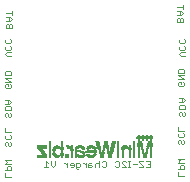
<source format=gbo>
G75*
%MOIN*%
%OFA0B0*%
%FSLAX24Y24*%
%IPPOS*%
%LPD*%
%AMOC8*
5,1,8,0,0,1.08239X$1,22.5*
%
%ADD10C,0.0040*%
%ADD11R,0.0042X0.0007*%
%ADD12R,0.0035X0.0007*%
%ADD13R,0.0028X0.0007*%
%ADD14R,0.0099X0.0007*%
%ADD15R,0.0106X0.0007*%
%ADD16R,0.0092X0.0007*%
%ADD17R,0.0120X0.0007*%
%ADD18R,0.0113X0.0007*%
%ADD19R,0.0085X0.0007*%
%ADD20R,0.0333X0.0007*%
%ADD21R,0.0099X0.0007*%
%ADD22R,0.0106X0.0007*%
%ADD23R,0.0092X0.0007*%
%ADD24R,0.0163X0.0007*%
%ADD25R,0.0149X0.0007*%
%ADD26R,0.0092X0.0007*%
%ADD27R,0.0127X0.0007*%
%ADD28R,0.0333X0.0007*%
%ADD29R,0.0099X0.0007*%
%ADD30R,0.0106X0.0007*%
%ADD31R,0.0092X0.0007*%
%ADD32R,0.0113X0.0007*%
%ADD33R,0.0191X0.0007*%
%ADD34R,0.0177X0.0007*%
%ADD35R,0.0092X0.0007*%
%ADD36R,0.0149X0.0007*%
%ADD37R,0.0333X0.0007*%
%ADD38R,0.0120X0.0007*%
%ADD39R,0.0212X0.0007*%
%ADD40R,0.0191X0.0007*%
%ADD41R,0.0092X0.0007*%
%ADD42R,0.0177X0.0007*%
%ADD43R,0.0120X0.0007*%
%ADD44R,0.0234X0.0007*%
%ADD45R,0.0205X0.0007*%
%ADD46R,0.0099X0.0007*%
%ADD47R,0.0120X0.0007*%
%ADD48R,0.0092X0.0007*%
%ADD49R,0.0113X0.0007*%
%ADD50R,0.0120X0.0007*%
%ADD51R,0.0255X0.0007*%
%ADD52R,0.0220X0.0007*%
%ADD53R,0.0092X0.0007*%
%ADD54R,0.0106X0.0007*%
%ADD55R,0.0198X0.0007*%
%ADD56R,0.0333X0.0007*%
%ADD57R,0.0135X0.0007*%
%ADD58R,0.0127X0.0007*%
%ADD59R,0.0269X0.0007*%
%ADD60R,0.0326X0.0007*%
%ADD61R,0.0212X0.0007*%
%ADD62R,0.0135X0.0007*%
%ADD63R,0.0127X0.0007*%
%ADD64R,0.0127X0.0007*%
%ADD65R,0.0283X0.0007*%
%ADD66R,0.0333X0.0007*%
%ADD67R,0.0227X0.0007*%
%ADD68R,0.0135X0.0007*%
%ADD69R,0.0127X0.0007*%
%ADD70R,0.0290X0.0007*%
%ADD71R,0.0333X0.0007*%
%ADD72R,0.0135X0.0007*%
%ADD73R,0.0297X0.0007*%
%ADD74R,0.0340X0.0007*%
%ADD75R,0.0149X0.0007*%
%ADD76R,0.0135X0.0007*%
%ADD77R,0.0142X0.0007*%
%ADD78R,0.0312X0.0007*%
%ADD79R,0.0156X0.0007*%
%ADD80R,0.0340X0.0007*%
%ADD81R,0.0142X0.0007*%
%ADD82R,0.0120X0.0007*%
%ADD83R,0.0142X0.0007*%
%ADD84R,0.0326X0.0007*%
%ADD85R,0.0149X0.0007*%
%ADD86R,0.0142X0.0007*%
%ADD87R,0.0106X0.0007*%
%ADD88R,0.0127X0.0007*%
%ADD89R,0.0135X0.0007*%
%ADD90R,0.0113X0.0007*%
%ADD91R,0.0163X0.0007*%
%ADD92R,0.0163X0.0007*%
%ADD93R,0.0156X0.0007*%
%ADD94R,0.0113X0.0007*%
%ADD95R,0.0120X0.0007*%
%ADD96R,0.0163X0.0007*%
%ADD97R,0.0163X0.0007*%
%ADD98R,0.0085X0.0007*%
%ADD99R,0.0170X0.0007*%
%ADD100R,0.0177X0.0007*%
%ADD101R,0.0085X0.0007*%
%ADD102R,0.0078X0.0007*%
%ADD103R,0.0177X0.0007*%
%ADD104R,0.0106X0.0007*%
%ADD105R,0.0113X0.0007*%
%ADD106R,0.0085X0.0007*%
%ADD107R,0.0177X0.0007*%
%ADD108R,0.0085X0.0007*%
%ADD109R,0.0177X0.0007*%
%ADD110R,0.0177X0.0007*%
%ADD111R,0.0099X0.0007*%
%ADD112R,0.0184X0.0007*%
%ADD113R,0.0099X0.0007*%
%ADD114R,0.0368X0.0007*%
%ADD115R,0.0191X0.0007*%
%ADD116R,0.0368X0.0007*%
%ADD117R,0.0163X0.0007*%
%ADD118R,0.0184X0.0007*%
%ADD119R,0.0368X0.0007*%
%ADD120R,0.0290X0.0007*%
%ADD121R,0.0113X0.0007*%
%ADD122R,0.0085X0.0007*%
%ADD123R,0.0368X0.0007*%
%ADD124R,0.0276X0.0007*%
%ADD125R,0.0361X0.0007*%
%ADD126R,0.0255X0.0007*%
%ADD127R,0.0085X0.0007*%
%ADD128R,0.0361X0.0007*%
%ADD129R,0.0220X0.0007*%
%ADD130R,0.0361X0.0007*%
%ADD131R,0.0099X0.0007*%
%ADD132R,0.0106X0.0007*%
%ADD133R,0.0106X0.0007*%
%ADD134R,0.0120X0.0007*%
%ADD135R,0.0219X0.0007*%
%ADD136R,0.0142X0.0007*%
%ADD137R,0.0219X0.0007*%
%ADD138R,0.0312X0.0007*%
%ADD139R,0.0219X0.0007*%
%ADD140R,0.0347X0.0007*%
%ADD141R,0.0312X0.0007*%
%ADD142R,0.0304X0.0007*%
%ADD143R,0.0340X0.0007*%
%ADD144R,0.0312X0.0007*%
%ADD145R,0.0234X0.0007*%
%ADD146R,0.0297X0.0007*%
%ADD147R,0.0219X0.0007*%
%ADD148R,0.0312X0.0007*%
%ADD149R,0.0227X0.0007*%
%ADD150R,0.0283X0.0007*%
%ADD151R,0.0290X0.0007*%
%ADD152R,0.0269X0.0007*%
%ADD153R,0.0205X0.0007*%
%ADD154R,0.0184X0.0007*%
%ADD155R,0.0255X0.0007*%
%ADD156R,0.0198X0.0007*%
%ADD157R,0.0191X0.0007*%
%ADD158R,0.0184X0.0007*%
%ADD159R,0.0241X0.0007*%
%ADD160R,0.0255X0.0007*%
%ADD161R,0.0191X0.0007*%
%ADD162R,0.0198X0.0007*%
%ADD163R,0.0184X0.0007*%
%ADD164R,0.0234X0.0007*%
%ADD165R,0.0212X0.0007*%
%ADD166R,0.0184X0.0007*%
%ADD167R,0.0170X0.0007*%
%ADD168R,0.0170X0.0007*%
%ADD169R,0.0156X0.0007*%
%ADD170R,0.0035X0.0007*%
%ADD171R,0.0170X0.0007*%
%ADD172R,0.0042X0.0007*%
%ADD173R,0.0064X0.0007*%
%ADD174R,0.0028X0.0007*%
%ADD175R,0.0035X0.0007*%
%ADD176R,0.0156X0.0007*%
%ADD177R,0.0177X0.0007*%
%ADD178R,0.0170X0.0007*%
%ADD179R,0.0028X0.0007*%
%ADD180R,0.0028X0.0007*%
%ADD181R,0.0057X0.0007*%
%ADD182R,0.0057X0.0007*%
%ADD183R,0.0042X0.0007*%
%ADD184R,0.0043X0.0007*%
%ADD185R,0.0050X0.0007*%
%ADD186R,0.0050X0.0007*%
%ADD187R,0.0043X0.0007*%
%ADD188R,0.0043X0.0007*%
%ADD189R,0.0035X0.0007*%
%ADD190R,0.0035X0.0007*%
%ADD191R,0.0078X0.0007*%
%ADD192R,0.0064X0.0007*%
D10*
X001883Y001450D02*
X001883Y001583D01*
X001883Y001671D02*
X002083Y001671D01*
X002083Y001771D01*
X002049Y001804D01*
X001983Y001804D01*
X001949Y001771D01*
X001949Y001671D01*
X001883Y001892D02*
X001949Y001958D01*
X001883Y002025D01*
X002083Y002025D01*
X002083Y001892D02*
X001883Y001892D01*
X001883Y001450D02*
X002083Y001450D01*
X003177Y001790D02*
X003310Y001790D01*
X003243Y001790D02*
X003243Y001990D01*
X003310Y001924D01*
X003398Y001857D02*
X003398Y001990D01*
X003531Y001990D02*
X003531Y001857D01*
X003464Y001790D01*
X003398Y001857D01*
X003836Y001924D02*
X003869Y001924D01*
X003936Y001857D01*
X003936Y001790D02*
X003936Y001924D01*
X004024Y001890D02*
X004024Y001857D01*
X004157Y001857D01*
X004157Y001890D02*
X004124Y001924D01*
X004057Y001924D01*
X004024Y001890D01*
X004057Y001790D02*
X004124Y001790D01*
X004157Y001824D01*
X004157Y001890D01*
X004245Y001924D02*
X004245Y001757D01*
X004278Y001723D01*
X004311Y001723D01*
X004345Y001790D02*
X004245Y001790D01*
X004345Y001790D02*
X004378Y001824D01*
X004378Y001890D01*
X004345Y001924D01*
X004245Y001924D01*
X004462Y001924D02*
X004496Y001924D01*
X004562Y001857D01*
X004562Y001790D02*
X004562Y001924D01*
X004650Y001890D02*
X004650Y001790D01*
X004750Y001790D01*
X004783Y001824D01*
X004750Y001857D01*
X004650Y001857D01*
X004650Y001890D02*
X004683Y001924D01*
X004750Y001924D01*
X004871Y001890D02*
X004871Y001790D01*
X004871Y001890D02*
X004904Y001924D01*
X004971Y001924D01*
X005004Y001890D01*
X005004Y001990D02*
X005004Y001790D01*
X005092Y001824D02*
X005125Y001790D01*
X005192Y001790D01*
X005225Y001824D01*
X005225Y001957D01*
X005192Y001990D01*
X005125Y001990D01*
X005092Y001957D01*
X005534Y001957D02*
X005567Y001990D01*
X005634Y001990D01*
X005667Y001957D01*
X005667Y001824D01*
X005634Y001790D01*
X005567Y001790D01*
X005534Y001824D01*
X005755Y001790D02*
X005888Y001790D01*
X005755Y001924D01*
X005755Y001957D01*
X005788Y001990D01*
X005855Y001990D01*
X005888Y001957D01*
X005969Y001990D02*
X006036Y001990D01*
X006002Y001990D02*
X006002Y001790D01*
X005969Y001790D02*
X006036Y001790D01*
X006123Y001890D02*
X006257Y001890D01*
X006344Y001957D02*
X006478Y001824D01*
X006478Y001790D01*
X006344Y001790D01*
X006344Y001957D02*
X006344Y001990D01*
X006478Y001990D01*
X006565Y001990D02*
X006699Y001990D01*
X006699Y001790D01*
X006565Y001790D01*
X006632Y001890D02*
X006699Y001890D01*
X007642Y001935D02*
X007709Y002002D01*
X007642Y002068D01*
X007843Y002068D01*
X007843Y001935D02*
X007642Y001935D01*
X007743Y001847D02*
X007709Y001814D01*
X007709Y001714D01*
X007642Y001714D02*
X007843Y001714D01*
X007843Y001814D01*
X007809Y001847D01*
X007743Y001847D01*
X007642Y001626D02*
X007642Y001493D01*
X007843Y001493D01*
X007809Y002556D02*
X007776Y002556D01*
X007743Y002589D01*
X007743Y002656D01*
X007709Y002689D01*
X007676Y002689D01*
X007642Y002656D01*
X007642Y002589D01*
X007676Y002556D01*
X007809Y002556D02*
X007843Y002589D01*
X007843Y002656D01*
X007809Y002689D01*
X007809Y002777D02*
X007676Y002777D01*
X007642Y002810D01*
X007642Y002877D01*
X007676Y002910D01*
X007642Y002998D02*
X007642Y003131D01*
X007642Y002998D02*
X007843Y002998D01*
X007809Y002910D02*
X007843Y002877D01*
X007843Y002810D01*
X007809Y002777D01*
X007815Y003501D02*
X007782Y003534D01*
X007782Y003601D01*
X007749Y003634D01*
X007715Y003634D01*
X007682Y003601D01*
X007682Y003534D01*
X007715Y003501D01*
X007815Y003501D02*
X007849Y003501D01*
X007882Y003534D01*
X007882Y003601D01*
X007849Y003634D01*
X007882Y003722D02*
X007682Y003722D01*
X007682Y003822D01*
X007715Y003855D01*
X007849Y003855D01*
X007882Y003822D01*
X007882Y003722D01*
X007815Y003943D02*
X007682Y003943D01*
X007782Y003943D02*
X007782Y004076D01*
X007815Y004076D02*
X007682Y004076D01*
X007815Y004076D02*
X007882Y004009D01*
X007815Y003943D01*
X007809Y004485D02*
X007676Y004485D01*
X007642Y004518D01*
X007642Y004585D01*
X007676Y004618D01*
X007743Y004618D01*
X007743Y004552D01*
X007809Y004618D02*
X007843Y004585D01*
X007843Y004518D01*
X007809Y004485D01*
X007843Y004706D02*
X007642Y004706D01*
X007642Y004839D02*
X007843Y004839D01*
X007843Y004927D02*
X007843Y005027D01*
X007809Y005060D01*
X007676Y005060D01*
X007642Y005027D01*
X007642Y004927D01*
X007843Y004927D01*
X007642Y004839D02*
X007843Y004706D01*
X007882Y005469D02*
X007749Y005469D01*
X007682Y005536D01*
X007749Y005603D01*
X007882Y005603D01*
X007849Y005690D02*
X007715Y005690D01*
X007682Y005724D01*
X007682Y005790D01*
X007715Y005824D01*
X007715Y005911D02*
X007682Y005945D01*
X007682Y006011D01*
X007715Y006045D01*
X007849Y006045D02*
X007882Y006011D01*
X007882Y005945D01*
X007849Y005911D01*
X007715Y005911D01*
X007849Y005824D02*
X007882Y005790D01*
X007882Y005724D01*
X007849Y005690D01*
X007819Y006619D02*
X007619Y006619D01*
X007619Y006719D01*
X007652Y006752D01*
X007686Y006752D01*
X007719Y006719D01*
X007719Y006619D01*
X007719Y006719D02*
X007752Y006752D01*
X007786Y006752D01*
X007819Y006719D01*
X007819Y006619D01*
X007752Y006840D02*
X007619Y006840D01*
X007719Y006840D02*
X007719Y006973D01*
X007752Y006973D02*
X007619Y006973D01*
X007752Y006973D02*
X007819Y006907D01*
X007752Y006840D01*
X007819Y007061D02*
X007819Y007194D01*
X007819Y007128D02*
X007619Y007128D01*
X002103Y006994D02*
X002103Y006860D01*
X002103Y006927D02*
X001902Y006927D01*
X001902Y006773D02*
X002036Y006773D01*
X002103Y006706D01*
X002036Y006639D01*
X001902Y006639D01*
X001936Y006552D02*
X001902Y006519D01*
X001902Y006418D01*
X002103Y006418D01*
X002103Y006519D01*
X002069Y006552D01*
X002036Y006552D01*
X002003Y006519D01*
X002003Y006418D01*
X002003Y006519D02*
X001969Y006552D01*
X001936Y006552D01*
X002003Y006639D02*
X002003Y006773D01*
X002046Y006047D02*
X002079Y006014D01*
X002079Y005947D01*
X002046Y005914D01*
X001912Y005914D01*
X001879Y005947D01*
X001879Y006014D01*
X001912Y006047D01*
X001912Y005826D02*
X001879Y005793D01*
X001879Y005726D01*
X001912Y005693D01*
X002046Y005693D01*
X002079Y005726D01*
X002079Y005793D01*
X002046Y005826D01*
X002079Y005605D02*
X001946Y005605D01*
X001879Y005538D01*
X001946Y005472D01*
X002079Y005472D01*
X002049Y004978D02*
X001916Y004978D01*
X001883Y004944D01*
X001883Y004844D01*
X002083Y004844D01*
X002083Y004944D01*
X002049Y004978D01*
X002083Y004757D02*
X001883Y004757D01*
X002083Y004623D01*
X001883Y004623D01*
X001916Y004536D02*
X001983Y004536D01*
X001983Y004469D01*
X002049Y004402D02*
X001916Y004402D01*
X001883Y004436D01*
X001883Y004502D01*
X001916Y004536D01*
X002049Y004536D02*
X002083Y004502D01*
X002083Y004436D01*
X002049Y004402D01*
X002016Y004033D02*
X001883Y004033D01*
X001983Y004033D02*
X001983Y003899D01*
X002016Y003899D02*
X002083Y003966D01*
X002016Y004033D01*
X002016Y003899D02*
X001883Y003899D01*
X001916Y003812D02*
X002049Y003812D01*
X002083Y003778D01*
X002083Y003678D01*
X001883Y003678D01*
X001883Y003778D01*
X001916Y003812D01*
X001916Y003591D02*
X001883Y003557D01*
X001883Y003491D01*
X001916Y003457D01*
X001983Y003491D02*
X001983Y003557D01*
X001949Y003591D01*
X001916Y003591D01*
X001983Y003491D02*
X002016Y003457D01*
X002049Y003457D01*
X002083Y003491D01*
X002083Y003557D01*
X002049Y003591D01*
X001875Y003072D02*
X001875Y002939D01*
X002075Y002939D01*
X002042Y002851D02*
X002075Y002818D01*
X002075Y002751D01*
X002042Y002718D01*
X001908Y002718D01*
X001875Y002751D01*
X001875Y002818D01*
X001908Y002851D01*
X001908Y002630D02*
X001875Y002597D01*
X001875Y002530D01*
X001908Y002497D01*
X001975Y002530D02*
X001975Y002597D01*
X001941Y002630D01*
X001908Y002630D01*
X001975Y002530D02*
X002008Y002497D01*
X002042Y002497D01*
X002075Y002530D01*
X002075Y002597D01*
X002042Y002630D01*
D11*
X004746Y002079D03*
X006282Y002731D03*
X006296Y002773D03*
X006367Y002731D03*
X006367Y002723D03*
X006417Y002731D03*
X006431Y002773D03*
X006502Y002731D03*
X006502Y002723D03*
X006551Y002731D03*
X006566Y002773D03*
X006594Y002674D03*
X006728Y002674D03*
X006771Y002723D03*
X006771Y002731D03*
X006700Y002773D03*
X006459Y002674D03*
X006325Y002674D03*
D12*
X006732Y002823D03*
X004416Y002079D03*
D13*
X003946Y002483D03*
X003620Y002079D03*
D14*
X003620Y002086D03*
X003507Y002235D03*
X003507Y002249D03*
X003507Y002284D03*
X003507Y002299D03*
X003514Y002348D03*
X003365Y002348D03*
X003365Y002334D03*
X003365Y002299D03*
X003365Y002284D03*
X003365Y002249D03*
X003365Y002235D03*
X003365Y002199D03*
X003365Y002185D03*
X003365Y002157D03*
X003365Y002136D03*
X003365Y002107D03*
X003365Y002086D03*
X003365Y002376D03*
X003365Y002398D03*
X003365Y002426D03*
X003365Y002447D03*
X003365Y002525D03*
X003365Y002554D03*
X003365Y002575D03*
X003365Y002603D03*
X003776Y002334D03*
X004101Y002299D03*
X004101Y002284D03*
X004101Y002249D03*
X004101Y002235D03*
X004101Y002199D03*
X004101Y002185D03*
X004101Y002157D03*
X004101Y002136D03*
X004101Y002107D03*
X004101Y002086D03*
X004250Y002235D03*
X004250Y002249D03*
X004250Y002348D03*
X004250Y002376D03*
X004477Y002376D03*
X004625Y002334D03*
X004640Y002376D03*
X004625Y002199D03*
X004632Y002185D03*
X004484Y002235D03*
X004873Y002199D03*
X004880Y002334D03*
X004880Y002348D03*
X005008Y002376D03*
X005015Y002348D03*
X005022Y002334D03*
X005029Y002299D03*
X005036Y002284D03*
X005156Y002334D03*
X005171Y002398D03*
X005418Y002284D03*
X005362Y002086D03*
X005093Y002086D03*
X005787Y002086D03*
X005787Y002107D03*
X005787Y002136D03*
X005787Y002157D03*
X005787Y002185D03*
X005787Y002199D03*
X005787Y002235D03*
X005787Y002249D03*
X005787Y002284D03*
X005787Y002299D03*
X005787Y002334D03*
X005787Y002348D03*
X006034Y002348D03*
X006034Y002334D03*
X006183Y002334D03*
X006183Y002348D03*
X006183Y002376D03*
X006183Y002398D03*
X006183Y002426D03*
X006183Y002447D03*
X006183Y002525D03*
X006183Y002554D03*
X006183Y002575D03*
X006183Y002603D03*
X006332Y002426D03*
X006332Y002398D03*
X006332Y002376D03*
X006332Y002348D03*
X006332Y002334D03*
X006332Y002299D03*
X006332Y002284D03*
X006332Y002249D03*
X006332Y002235D03*
X006332Y002199D03*
X006332Y002185D03*
X006332Y002157D03*
X006332Y002136D03*
X006332Y002107D03*
X006332Y002086D03*
X006183Y002086D03*
X006183Y002107D03*
X006183Y002136D03*
X006183Y002157D03*
X006183Y002185D03*
X006183Y002199D03*
X006183Y002235D03*
X006183Y002249D03*
X006183Y002284D03*
X006183Y002299D03*
X006736Y002299D03*
X006736Y002284D03*
X006736Y002249D03*
X006736Y002235D03*
X006736Y002199D03*
X006736Y002185D03*
X006736Y002157D03*
X006736Y002136D03*
X006736Y002107D03*
X006736Y002086D03*
X006736Y002334D03*
X006736Y002348D03*
X006736Y002376D03*
X006736Y002398D03*
X006736Y002426D03*
D15*
X006534Y002086D03*
X005797Y002376D03*
X005464Y002447D03*
X005457Y002426D03*
X005450Y002398D03*
X005443Y002376D03*
X005436Y002348D03*
X005422Y002299D03*
X005472Y002476D03*
X005004Y002398D03*
X004997Y002426D03*
X004990Y002447D03*
X004969Y002525D03*
X004962Y002554D03*
X004955Y002575D03*
X004948Y002603D03*
X004870Y002376D03*
X004870Y002185D03*
X004254Y002199D03*
X004254Y002334D03*
X003985Y002447D03*
X003772Y002348D03*
X003772Y002199D03*
X003921Y002185D03*
X003921Y002157D03*
X003921Y002136D03*
X003921Y002107D03*
X003921Y002086D03*
X003517Y002199D03*
D16*
X003779Y002235D03*
X003779Y002249D03*
X003779Y002284D03*
X003779Y002299D03*
X003779Y002426D03*
X003779Y002447D03*
X003779Y002476D03*
X003779Y002525D03*
X003779Y002554D03*
X003779Y002575D03*
X003779Y002603D03*
X004105Y002447D03*
X004105Y002426D03*
X003779Y002136D03*
X003779Y002107D03*
X003779Y002086D03*
X004487Y002348D03*
X004629Y002348D03*
X004884Y002235D03*
X005146Y002284D03*
X005146Y002299D03*
X005160Y002348D03*
X005167Y002376D03*
X005287Y002376D03*
X005295Y002348D03*
X005309Y002284D03*
X005641Y002284D03*
X005641Y002299D03*
X005641Y002334D03*
X005641Y002348D03*
X005641Y002376D03*
X005641Y002398D03*
X005641Y002426D03*
X005641Y002447D03*
X005641Y002525D03*
X005641Y002554D03*
X005641Y002575D03*
X005641Y002603D03*
X005641Y002249D03*
X005641Y002235D03*
X005641Y002199D03*
X005641Y002185D03*
X005641Y002157D03*
X005641Y002136D03*
X005641Y002107D03*
X005641Y002086D03*
X006038Y002086D03*
X006038Y002107D03*
X006038Y002136D03*
X006038Y002157D03*
X006038Y002185D03*
X006038Y002199D03*
X006038Y002235D03*
X006038Y002249D03*
X006038Y002284D03*
X006038Y002299D03*
X006038Y002426D03*
X006038Y002447D03*
X006328Y002702D03*
X006597Y002702D03*
X006732Y002702D03*
X006633Y002426D03*
X006626Y002398D03*
X006619Y002376D03*
X006597Y002299D03*
X006597Y002284D03*
X006583Y002235D03*
X006470Y002284D03*
X006442Y002398D03*
X006435Y002426D03*
D17*
X004848Y002398D03*
X004749Y002476D03*
X004749Y002086D03*
X003992Y002426D03*
X003765Y002376D03*
X003765Y002185D03*
X003064Y002334D03*
D18*
X003096Y002299D03*
X003153Y002235D03*
X003195Y002185D03*
X003528Y002185D03*
X003528Y002376D03*
X004257Y002185D03*
X004420Y002086D03*
X004484Y002157D03*
X004470Y002249D03*
X004463Y002398D03*
X005093Y002107D03*
X005362Y002107D03*
X005489Y002554D03*
X005496Y002575D03*
X005503Y002603D03*
X006027Y002376D03*
D19*
X006459Y002334D03*
X006466Y002299D03*
X006608Y002334D03*
X004243Y002086D03*
D20*
X003114Y002086D03*
X003114Y002107D03*
X003114Y002136D03*
X003114Y002157D03*
D21*
X003365Y002143D03*
X003365Y002192D03*
X003365Y002242D03*
X003365Y002292D03*
X003365Y002341D03*
X003365Y002391D03*
X003365Y002440D03*
X003514Y002341D03*
X003507Y002292D03*
X003507Y002242D03*
X003365Y002093D03*
X003776Y002341D03*
X004101Y002292D03*
X004101Y002242D03*
X004101Y002192D03*
X004101Y002143D03*
X004101Y002093D03*
X004250Y002242D03*
X004250Y002341D03*
X004470Y002391D03*
X004625Y002341D03*
X004632Y002192D03*
X004873Y002192D03*
X004880Y002341D03*
X005008Y002391D03*
X004994Y002440D03*
X005022Y002341D03*
X005093Y002093D03*
X005362Y002093D03*
X005418Y002292D03*
X005433Y002341D03*
X005447Y002391D03*
X005787Y002341D03*
X005787Y002292D03*
X005787Y002242D03*
X005787Y002192D03*
X005787Y002143D03*
X005787Y002093D03*
X006034Y002341D03*
X006183Y002341D03*
X006183Y002292D03*
X006183Y002242D03*
X006183Y002192D03*
X006183Y002143D03*
X006183Y002093D03*
X006332Y002093D03*
X006332Y002143D03*
X006332Y002192D03*
X006332Y002242D03*
X006332Y002292D03*
X006332Y002341D03*
X006332Y002391D03*
X006183Y002391D03*
X006183Y002440D03*
X006183Y002561D03*
X006183Y002610D03*
X006736Y002391D03*
X006736Y002341D03*
X006736Y002292D03*
X006736Y002242D03*
X006736Y002192D03*
X006736Y002143D03*
X006736Y002093D03*
X003365Y002561D03*
X003365Y002610D03*
D22*
X003524Y002192D03*
X003921Y002143D03*
X003921Y002093D03*
X004254Y002192D03*
X004261Y002391D03*
X004480Y002242D03*
X004650Y002391D03*
X004962Y002561D03*
X005457Y002440D03*
X005493Y002561D03*
X006534Y002093D03*
D23*
X006583Y002242D03*
X006597Y002292D03*
X006626Y002391D03*
X006456Y002341D03*
X006442Y002391D03*
X006038Y002440D03*
X006038Y002292D03*
X006038Y002242D03*
X006038Y002192D03*
X006038Y002143D03*
X006038Y002093D03*
X005641Y002093D03*
X005641Y002143D03*
X005641Y002192D03*
X005641Y002242D03*
X005641Y002292D03*
X005641Y002341D03*
X005641Y002391D03*
X005641Y002440D03*
X005641Y002561D03*
X005641Y002610D03*
X005295Y002341D03*
X005160Y002341D03*
X005167Y002391D03*
X005146Y002292D03*
X004105Y002440D03*
X003779Y002440D03*
X003779Y002292D03*
X003779Y002242D03*
X003779Y002093D03*
X003779Y002561D03*
X003779Y002610D03*
D24*
X004749Y002093D03*
X006364Y002561D03*
D25*
X004417Y002093D03*
D26*
X004247Y002093D03*
X004494Y002192D03*
X005033Y002292D03*
X006612Y002341D03*
D27*
X005227Y002561D03*
X005093Y002143D03*
X003620Y002093D03*
D28*
X003659Y002143D03*
X003114Y002143D03*
X003114Y002093D03*
D29*
X003365Y002100D03*
X003365Y002114D03*
X003365Y002129D03*
X003365Y002150D03*
X003365Y002164D03*
X003365Y002178D03*
X003365Y002207D03*
X003365Y002214D03*
X003365Y002228D03*
X003365Y002256D03*
X003365Y002270D03*
X003365Y002277D03*
X003365Y002306D03*
X003365Y002320D03*
X003365Y002327D03*
X003365Y002355D03*
X003365Y002369D03*
X003365Y002384D03*
X003365Y002405D03*
X003365Y002419D03*
X003365Y002433D03*
X003365Y002454D03*
X003365Y002469D03*
X003365Y002518D03*
X003365Y002532D03*
X003365Y002546D03*
X003365Y002568D03*
X003365Y002582D03*
X003365Y002596D03*
X003507Y002327D03*
X003507Y002320D03*
X003507Y002306D03*
X003507Y002277D03*
X003507Y002270D03*
X003507Y002256D03*
X003514Y002214D03*
X003776Y002214D03*
X003776Y002228D03*
X003776Y002327D03*
X003981Y002454D03*
X004101Y002327D03*
X004101Y002320D03*
X004101Y002306D03*
X004101Y002277D03*
X004101Y002270D03*
X004101Y002256D03*
X004101Y002228D03*
X004101Y002214D03*
X004101Y002207D03*
X004101Y002178D03*
X004101Y002164D03*
X004101Y002150D03*
X004101Y002129D03*
X004101Y002114D03*
X004101Y002100D03*
X004250Y002207D03*
X004250Y002214D03*
X004250Y002228D03*
X004250Y002256D03*
X004250Y002355D03*
X004250Y002369D03*
X004257Y002384D03*
X004477Y002384D03*
X004625Y002327D03*
X004491Y002214D03*
X004491Y002178D03*
X004880Y002207D03*
X004880Y002214D03*
X004880Y002355D03*
X005001Y002405D03*
X005001Y002419D03*
X004994Y002433D03*
X004986Y002469D03*
X004979Y002497D03*
X004972Y002518D03*
X004965Y002546D03*
X004958Y002568D03*
X004951Y002596D03*
X005008Y002384D03*
X005015Y002369D03*
X005015Y002355D03*
X005022Y002327D03*
X005029Y002306D03*
X005036Y002277D03*
X005142Y002277D03*
X005149Y002306D03*
X005411Y002270D03*
X005426Y002320D03*
X005440Y002369D03*
X005454Y002419D03*
X005787Y002327D03*
X005787Y002320D03*
X005787Y002306D03*
X005787Y002277D03*
X005787Y002270D03*
X005787Y002256D03*
X005787Y002228D03*
X005787Y002214D03*
X005787Y002207D03*
X005787Y002178D03*
X005787Y002164D03*
X005787Y002150D03*
X005787Y002129D03*
X005787Y002114D03*
X005787Y002100D03*
X006034Y002327D03*
X006183Y002327D03*
X006183Y002320D03*
X006183Y002306D03*
X006183Y002277D03*
X006183Y002270D03*
X006183Y002256D03*
X006183Y002228D03*
X006183Y002214D03*
X006183Y002207D03*
X006183Y002178D03*
X006183Y002164D03*
X006183Y002150D03*
X006183Y002129D03*
X006183Y002114D03*
X006183Y002100D03*
X006332Y002100D03*
X006332Y002114D03*
X006332Y002129D03*
X006332Y002150D03*
X006332Y002164D03*
X006332Y002178D03*
X006332Y002207D03*
X006332Y002214D03*
X006332Y002228D03*
X006332Y002256D03*
X006332Y002270D03*
X006332Y002277D03*
X006332Y002306D03*
X006332Y002320D03*
X006332Y002327D03*
X006332Y002355D03*
X006332Y002369D03*
X006332Y002384D03*
X006332Y002405D03*
X006332Y002419D03*
X006332Y002433D03*
X006183Y002433D03*
X006183Y002419D03*
X006183Y002405D03*
X006183Y002384D03*
X006183Y002369D03*
X006183Y002355D03*
X006183Y002454D03*
X006183Y002469D03*
X006183Y002518D03*
X006183Y002532D03*
X006183Y002546D03*
X006183Y002568D03*
X006183Y002582D03*
X006183Y002596D03*
X006736Y002433D03*
X006736Y002419D03*
X006736Y002405D03*
X006736Y002384D03*
X006736Y002369D03*
X006736Y002355D03*
X006736Y002327D03*
X006736Y002320D03*
X006736Y002306D03*
X006736Y002277D03*
X006736Y002270D03*
X006736Y002256D03*
X006736Y002228D03*
X006736Y002214D03*
X006736Y002207D03*
X006736Y002178D03*
X006736Y002164D03*
X006736Y002150D03*
X006736Y002129D03*
X006736Y002114D03*
X006736Y002100D03*
D30*
X006534Y002100D03*
X006031Y002355D03*
X005790Y002355D03*
X005790Y002369D03*
X005464Y002454D03*
X005464Y002469D03*
X005472Y002483D03*
X005486Y002532D03*
X005493Y002568D03*
X005500Y002596D03*
X005457Y002433D03*
X005450Y002405D03*
X005443Y002384D03*
X005436Y002355D03*
X005422Y002306D03*
X005415Y002277D03*
X005365Y002100D03*
X004990Y002454D03*
X004976Y002504D03*
X004969Y002532D03*
X004955Y002582D03*
X004863Y002384D03*
X004870Y002369D03*
X004863Y002178D03*
X004636Y002178D03*
X004487Y002164D03*
X003921Y002164D03*
X003921Y002150D03*
X003921Y002129D03*
X003921Y002114D03*
X003921Y002100D03*
X003921Y002178D03*
X003772Y002207D03*
X003772Y002355D03*
X003524Y002369D03*
X003517Y002355D03*
X003517Y002207D03*
D31*
X003779Y002256D03*
X003779Y002270D03*
X003779Y002277D03*
X003779Y002306D03*
X003779Y002320D03*
X003779Y002419D03*
X003779Y002433D03*
X003779Y002454D03*
X003779Y002469D03*
X003779Y002483D03*
X003779Y002497D03*
X003779Y002504D03*
X003779Y002518D03*
X003779Y002532D03*
X003779Y002546D03*
X003779Y002568D03*
X003779Y002582D03*
X003779Y002596D03*
X004105Y002469D03*
X004105Y002454D03*
X004105Y002433D03*
X003779Y002129D03*
X003779Y002114D03*
X003779Y002100D03*
X004487Y002228D03*
X004622Y002320D03*
X004629Y002355D03*
X004636Y002369D03*
X004480Y002369D03*
X004884Y002228D03*
X005040Y002270D03*
X005025Y002320D03*
X005139Y002270D03*
X005153Y002320D03*
X005153Y002327D03*
X005160Y002355D03*
X005167Y002369D03*
X005167Y002384D03*
X005174Y002405D03*
X005174Y002419D03*
X005287Y002384D03*
X005287Y002369D03*
X005295Y002355D03*
X005302Y002320D03*
X005641Y002320D03*
X005641Y002327D03*
X005641Y002306D03*
X005641Y002277D03*
X005641Y002270D03*
X005641Y002256D03*
X005641Y002228D03*
X005641Y002214D03*
X005641Y002207D03*
X005641Y002178D03*
X005641Y002164D03*
X005641Y002150D03*
X005641Y002129D03*
X005641Y002114D03*
X005641Y002100D03*
X005641Y002355D03*
X005641Y002369D03*
X005641Y002384D03*
X005641Y002405D03*
X005641Y002419D03*
X005641Y002433D03*
X005641Y002454D03*
X005641Y002469D03*
X005641Y002518D03*
X005641Y002532D03*
X005641Y002546D03*
X005641Y002568D03*
X005641Y002582D03*
X005641Y002596D03*
X006038Y002469D03*
X006038Y002454D03*
X006038Y002433D03*
X006038Y002419D03*
X006038Y002320D03*
X006038Y002306D03*
X006038Y002277D03*
X006038Y002270D03*
X006038Y002256D03*
X006038Y002228D03*
X006038Y002214D03*
X006038Y002207D03*
X006038Y002178D03*
X006038Y002164D03*
X006038Y002150D03*
X006038Y002129D03*
X006038Y002114D03*
X006038Y002100D03*
X006449Y002369D03*
X006435Y002419D03*
X006619Y002384D03*
X006619Y002369D03*
X006626Y002405D03*
X006633Y002419D03*
X006633Y002433D03*
X006605Y002327D03*
X006605Y002320D03*
X006590Y002270D03*
D32*
X006027Y002369D03*
X005801Y002384D03*
X005489Y002546D03*
X005496Y002582D03*
X005362Y002114D03*
X005093Y002114D03*
X005093Y002100D03*
X004257Y002327D03*
X003769Y002369D03*
X003202Y002178D03*
X003174Y002214D03*
X003046Y002355D03*
D33*
X003616Y002114D03*
X004402Y002277D03*
X004749Y002100D03*
X005089Y002256D03*
X005365Y002256D03*
X006378Y002454D03*
X006689Y002454D03*
X006689Y002469D03*
D34*
X006697Y002518D03*
X006697Y002532D03*
X006534Y002214D03*
X006534Y002207D03*
X005365Y002228D03*
X004416Y002100D03*
D35*
X004494Y002207D03*
X004247Y002270D03*
X004247Y002277D03*
X004247Y002114D03*
X004247Y002100D03*
X003609Y002469D03*
X005280Y002419D03*
X005280Y002405D03*
X006612Y002355D03*
D36*
X006534Y002178D03*
X006534Y002164D03*
X005365Y002178D03*
X005089Y002178D03*
X003751Y002164D03*
X003616Y002100D03*
X003609Y002454D03*
D37*
X003659Y002150D03*
X003114Y002150D03*
X003114Y002129D03*
X003114Y002114D03*
X003114Y002100D03*
X005918Y002405D03*
D38*
X006534Y002107D03*
X004657Y002398D03*
X004268Y002398D03*
X003184Y002199D03*
X003142Y002249D03*
X003050Y002348D03*
X003029Y002376D03*
D39*
X004753Y002107D03*
D40*
X005089Y002249D03*
X005224Y002426D03*
X004416Y002107D03*
X006378Y002447D03*
X006689Y002476D03*
D41*
X006612Y002348D03*
X006463Y002702D03*
X005280Y002398D03*
X004494Y002199D03*
X004494Y002185D03*
X004247Y002107D03*
D42*
X003616Y002107D03*
X003609Y002447D03*
X005089Y002235D03*
X005868Y002447D03*
D43*
X005365Y002129D03*
X004261Y002178D03*
X003531Y002178D03*
X003531Y002384D03*
X003177Y002207D03*
X003135Y002256D03*
X003092Y002306D03*
X003078Y002320D03*
X003036Y002369D03*
X006534Y002114D03*
D44*
X004749Y002114D03*
X003609Y002419D03*
D45*
X004416Y002114D03*
D46*
X004491Y002171D03*
X004491Y002221D03*
X004632Y002362D03*
X004873Y002362D03*
X005001Y002412D03*
X004986Y002461D03*
X004979Y002490D03*
X004972Y002511D03*
X004965Y002539D03*
X005015Y002362D03*
X005029Y002313D03*
X004880Y002221D03*
X005426Y002313D03*
X005440Y002362D03*
X005787Y002313D03*
X005787Y002263D03*
X005787Y002221D03*
X005787Y002171D03*
X005787Y002122D03*
X006183Y002122D03*
X006183Y002171D03*
X006183Y002221D03*
X006183Y002263D03*
X006183Y002313D03*
X006183Y002362D03*
X006183Y002412D03*
X006183Y002461D03*
X006183Y002539D03*
X006183Y002589D03*
X006332Y002412D03*
X006332Y002362D03*
X006332Y002313D03*
X006332Y002263D03*
X006332Y002221D03*
X006332Y002171D03*
X006332Y002122D03*
X006736Y002122D03*
X006736Y002171D03*
X006736Y002221D03*
X006736Y002263D03*
X006736Y002313D03*
X006736Y002362D03*
X006736Y002412D03*
X004250Y002362D03*
X004250Y002221D03*
X004101Y002221D03*
X004101Y002263D03*
X004101Y002313D03*
X004101Y002171D03*
X004101Y002122D03*
X003776Y002221D03*
X003514Y002221D03*
X003507Y002263D03*
X003507Y002313D03*
X003365Y002313D03*
X003365Y002362D03*
X003365Y002412D03*
X003365Y002461D03*
X003365Y002539D03*
X003365Y002589D03*
X003365Y002263D03*
X003365Y002221D03*
X003365Y002171D03*
X003365Y002122D03*
D47*
X003538Y002171D03*
X003128Y002263D03*
X003085Y002313D03*
X006534Y002122D03*
D48*
X006590Y002263D03*
X006605Y002313D03*
X006619Y002362D03*
X006626Y002412D03*
X006449Y002362D03*
X006038Y002313D03*
X006038Y002263D03*
X006038Y002221D03*
X006038Y002171D03*
X006038Y002122D03*
X006038Y002412D03*
X006038Y002461D03*
X006328Y002780D03*
X006597Y002780D03*
X006732Y002780D03*
X005641Y002589D03*
X005641Y002539D03*
X005641Y002461D03*
X005641Y002412D03*
X005641Y002362D03*
X005641Y002313D03*
X005641Y002263D03*
X005641Y002221D03*
X005641Y002171D03*
X005641Y002122D03*
X005302Y002313D03*
X005160Y002362D03*
X005153Y002313D03*
X005174Y002412D03*
X004480Y002362D03*
X004105Y002461D03*
X003977Y002461D03*
X003779Y002461D03*
X003779Y002490D03*
X003779Y002511D03*
X003779Y002539D03*
X003779Y002589D03*
X003779Y002313D03*
X003779Y002263D03*
X003779Y002122D03*
D49*
X003769Y002362D03*
X003039Y002362D03*
X004859Y002171D03*
X005362Y002122D03*
D50*
X005089Y002122D03*
X004091Y002362D03*
D51*
X004753Y002122D03*
D52*
X004416Y002122D03*
D53*
X004247Y002122D03*
X004247Y002263D03*
X005280Y002412D03*
X006463Y002313D03*
X006463Y002780D03*
D54*
X006031Y002362D03*
X005790Y002362D03*
X005464Y002461D03*
X005472Y002490D03*
X005486Y002539D03*
X005500Y002589D03*
X005450Y002412D03*
X004955Y002589D03*
X003921Y002171D03*
X003921Y002122D03*
X003517Y002362D03*
D55*
X003613Y002122D03*
D56*
X003659Y002412D03*
X003114Y002122D03*
D57*
X004268Y002320D03*
X006534Y002150D03*
X006534Y002129D03*
D58*
X006020Y002384D03*
X005227Y002568D03*
X005093Y002129D03*
X004455Y002256D03*
X003762Y002178D03*
X003762Y002384D03*
D59*
X004363Y002433D03*
X004753Y002129D03*
D60*
X004363Y002129D03*
D61*
X003613Y002129D03*
D62*
X006534Y002136D03*
D63*
X005362Y002136D03*
D64*
X005093Y002136D03*
X005227Y002554D03*
X005227Y002575D03*
D65*
X004753Y002136D03*
X004363Y002426D03*
D66*
X004367Y002136D03*
D67*
X004753Y002447D03*
X003613Y002136D03*
D68*
X006534Y002143D03*
D69*
X005362Y002143D03*
X003542Y002391D03*
D70*
X004749Y002143D03*
D71*
X004367Y002143D03*
D72*
X004084Y002369D03*
X003546Y002164D03*
X005089Y002150D03*
X005365Y002150D03*
D73*
X004753Y002150D03*
D74*
X004370Y002150D03*
D75*
X004077Y002376D03*
X005365Y002185D03*
X006357Y002603D03*
X006534Y002157D03*
D76*
X005365Y002157D03*
D77*
X005093Y002157D03*
X005227Y002525D03*
D78*
X004753Y002157D03*
D79*
X005093Y002185D03*
X004278Y002157D03*
X006360Y002575D03*
X006707Y002603D03*
D80*
X005914Y002398D03*
X003655Y002157D03*
D81*
X004363Y002469D03*
X005093Y002164D03*
X005362Y002164D03*
X005227Y002532D03*
X005227Y002546D03*
D82*
X005231Y002582D03*
X004848Y002164D03*
X004650Y002164D03*
X003992Y002433D03*
X003121Y002270D03*
X003114Y002277D03*
X003071Y002327D03*
X003022Y002384D03*
D83*
X004271Y002164D03*
D84*
X003110Y002164D03*
D85*
X005089Y002171D03*
X006534Y002171D03*
D86*
X005362Y002171D03*
X005227Y002539D03*
D87*
X005479Y002511D03*
X004643Y002171D03*
D88*
X004264Y002171D03*
D89*
X003758Y002171D03*
X003609Y002461D03*
X005868Y002461D03*
D90*
X005227Y002589D03*
X003209Y002171D03*
X003167Y002221D03*
D91*
X006534Y002199D03*
X006534Y002185D03*
D92*
X006534Y002192D03*
D93*
X005362Y002192D03*
X005093Y002192D03*
D94*
X004859Y002391D03*
X003988Y002440D03*
X003769Y002192D03*
X003145Y002242D03*
X003103Y002292D03*
D95*
X003191Y002192D03*
X005804Y002391D03*
D96*
X005365Y002199D03*
X005089Y002199D03*
X006364Y002554D03*
X006704Y002575D03*
D97*
X006704Y002582D03*
X006704Y002568D03*
X006364Y002568D03*
X006364Y002546D03*
X005868Y002454D03*
X005365Y002214D03*
X005365Y002207D03*
X005089Y002207D03*
X005089Y002214D03*
D98*
X005291Y002362D03*
X006438Y002412D03*
X006474Y002263D03*
X006488Y002221D03*
X006580Y002221D03*
D99*
X005362Y002221D03*
D100*
X005089Y002221D03*
X004289Y002313D03*
X006371Y002490D03*
X006371Y002511D03*
D101*
X006431Y002433D03*
X006438Y002405D03*
X006445Y002384D03*
X006452Y002355D03*
X006474Y002277D03*
X006474Y002270D03*
X006481Y002256D03*
X006580Y002228D03*
X006587Y002256D03*
X006594Y002277D03*
X006601Y002306D03*
X006594Y002695D03*
X006728Y002695D03*
X006325Y002695D03*
X005298Y002327D03*
X005305Y002306D03*
X005312Y002277D03*
X005312Y002270D03*
X004484Y002355D03*
D102*
X003970Y002469D03*
X006328Y002787D03*
X006328Y002794D03*
X006597Y002794D03*
X006597Y002787D03*
X006732Y002787D03*
X006732Y002794D03*
X006484Y002228D03*
D103*
X006371Y002497D03*
X006371Y002504D03*
X005224Y002454D03*
X005089Y002228D03*
D104*
X004983Y002483D03*
X004643Y002384D03*
X005429Y002327D03*
X005479Y002504D03*
X005479Y002518D03*
X005868Y002469D03*
X003510Y002228D03*
D105*
X003160Y002228D03*
X004094Y002355D03*
X005227Y002596D03*
X005475Y002497D03*
D106*
X005298Y002334D03*
X005305Y002299D03*
X006445Y002376D03*
X006452Y002348D03*
X006481Y002249D03*
X006481Y002235D03*
X006587Y002249D03*
D107*
X006697Y002525D03*
X005365Y002235D03*
D108*
X005305Y002292D03*
X006481Y002242D03*
D109*
X005365Y002242D03*
D110*
X005089Y002242D03*
D111*
X004887Y002242D03*
D112*
X005369Y002249D03*
X006374Y002476D03*
D113*
X004887Y002249D03*
D114*
X004753Y002256D03*
X004753Y002270D03*
X004753Y002277D03*
D115*
X005089Y002263D03*
X005365Y002263D03*
X006689Y002461D03*
D116*
X004753Y002263D03*
D117*
X004438Y002263D03*
X006704Y002589D03*
D118*
X006693Y002504D03*
X006693Y002497D03*
X006693Y002483D03*
X006374Y002483D03*
X006374Y002469D03*
X004420Y002270D03*
D119*
X004753Y002284D03*
D120*
X004346Y002284D03*
D121*
X004094Y002348D03*
X003110Y002284D03*
X005227Y002603D03*
X005482Y002525D03*
D122*
X005284Y002391D03*
X006466Y002292D03*
D123*
X004753Y002292D03*
D124*
X004339Y002292D03*
D125*
X004756Y002299D03*
D126*
X004328Y002299D03*
D127*
X006459Y002320D03*
X006459Y002327D03*
X006466Y002306D03*
X006459Y002695D03*
D128*
X004756Y002306D03*
D129*
X004310Y002306D03*
D130*
X004756Y002313D03*
D131*
X004887Y002320D03*
X004887Y002327D03*
D132*
X004983Y002476D03*
X005429Y002334D03*
X004098Y002334D03*
X003510Y002334D03*
D133*
X004098Y002341D03*
D134*
X003057Y002341D03*
D135*
X004041Y002384D03*
X004041Y002405D03*
X004041Y002419D03*
D136*
X003754Y002391D03*
X006013Y002391D03*
D137*
X004041Y002391D03*
D138*
X003110Y002391D03*
X003110Y002440D03*
D139*
X003609Y002426D03*
X004041Y002398D03*
X005868Y002426D03*
D140*
X003652Y002398D03*
D141*
X003110Y002398D03*
X003110Y002426D03*
X003110Y002447D03*
D142*
X004367Y002405D03*
X004756Y002405D03*
D143*
X003655Y002405D03*
D144*
X003110Y002405D03*
X003110Y002419D03*
X003110Y002433D03*
X003110Y002454D03*
X003110Y002469D03*
D145*
X005868Y002412D03*
D146*
X004753Y002412D03*
X004363Y002412D03*
D147*
X004041Y002412D03*
D148*
X003110Y002412D03*
X003110Y002461D03*
D149*
X005872Y002419D03*
D150*
X004753Y002419D03*
D151*
X004367Y002419D03*
D152*
X004753Y002426D03*
D153*
X005868Y002433D03*
X003609Y002433D03*
D154*
X005227Y002433D03*
D155*
X004753Y002433D03*
D156*
X006686Y002440D03*
D157*
X006378Y002440D03*
X005868Y002440D03*
D158*
X005227Y002440D03*
D159*
X004753Y002440D03*
D160*
X004363Y002440D03*
D161*
X003609Y002440D03*
D162*
X006686Y002447D03*
D163*
X005227Y002447D03*
D164*
X004367Y002447D03*
D165*
X004363Y002454D03*
X004753Y002454D03*
D166*
X004753Y002461D03*
X004363Y002461D03*
X006374Y002461D03*
X006693Y002490D03*
D167*
X006700Y002539D03*
X006367Y002539D03*
X005227Y002461D03*
D168*
X005227Y002469D03*
X005227Y002483D03*
X006367Y002518D03*
X006367Y002532D03*
X006700Y002546D03*
D169*
X006707Y002596D03*
X006360Y002596D03*
X006360Y002582D03*
X005227Y002518D03*
X005227Y002504D03*
X005227Y002497D03*
X004753Y002469D03*
D170*
X005868Y002476D03*
D171*
X006367Y002525D03*
X006700Y002554D03*
X005227Y002476D03*
D172*
X004363Y002476D03*
X006282Y002752D03*
X006325Y002815D03*
X006360Y002766D03*
X006367Y002752D03*
X006360Y002716D03*
X006325Y002667D03*
X006417Y002752D03*
X006424Y002766D03*
X006459Y002815D03*
X006495Y002766D03*
X006502Y002752D03*
X006495Y002716D03*
X006459Y002667D03*
X006551Y002752D03*
X006558Y002766D03*
X006594Y002815D03*
X006629Y002766D03*
X006629Y002716D03*
X006594Y002667D03*
X006728Y002667D03*
X006764Y002716D03*
X006764Y002766D03*
X006728Y002815D03*
X006693Y002766D03*
D173*
X006597Y002801D03*
X006463Y002801D03*
X006328Y002801D03*
X003963Y002476D03*
D174*
X003613Y002476D03*
D175*
X004749Y002483D03*
X006328Y002823D03*
X006463Y002823D03*
X006597Y002823D03*
D176*
X006360Y002589D03*
X005227Y002511D03*
X005227Y002490D03*
D177*
X006697Y002511D03*
D178*
X006700Y002561D03*
D179*
X006728Y002660D03*
X006594Y002660D03*
D180*
X006459Y002660D03*
X006325Y002660D03*
D181*
X006325Y002681D03*
X006459Y002681D03*
X006594Y002681D03*
X006728Y002681D03*
D182*
X006728Y002688D03*
X006594Y002688D03*
X006459Y002688D03*
X006325Y002688D03*
D183*
X006353Y002709D03*
X006367Y002759D03*
X006325Y002808D03*
X006296Y002709D03*
X006431Y002709D03*
X006502Y002759D03*
X006459Y002808D03*
X006566Y002709D03*
X006622Y002709D03*
X006700Y002709D03*
X006757Y002709D03*
X006771Y002759D03*
X006728Y002808D03*
X006594Y002808D03*
D184*
X006636Y002759D03*
X006488Y002709D03*
D185*
X006428Y002716D03*
X006562Y002716D03*
X006697Y002716D03*
X006774Y002752D03*
X006293Y002716D03*
D186*
X006286Y002723D03*
X006357Y002773D03*
X006420Y002723D03*
X006491Y002773D03*
X006555Y002723D03*
X006626Y002773D03*
X006689Y002723D03*
X006760Y002773D03*
D187*
X006686Y002731D03*
X006636Y002731D03*
X006636Y002723D03*
D188*
X006636Y002752D03*
X006686Y002752D03*
X006289Y002766D03*
D189*
X006286Y002759D03*
X006689Y002759D03*
D190*
X006555Y002759D03*
X006420Y002759D03*
D191*
X006463Y002787D03*
X006463Y002794D03*
D192*
X006732Y002801D03*
M02*

</source>
